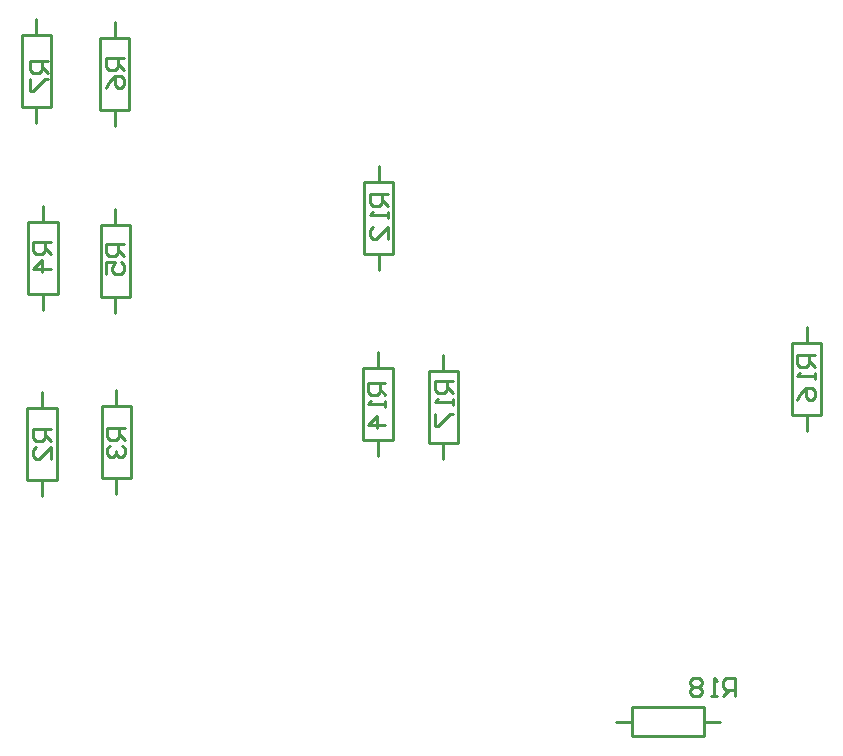
<source format=gbo>
G04*
G04 #@! TF.GenerationSoftware,Altium Limited,Altium Designer,21.9.2 (33)*
G04*
G04 Layer_Color=32896*
%FSTAX24Y24*%
%MOIN*%
G70*
G04*
G04 #@! TF.SameCoordinates,B016B879-35A3-4FB3-9991-AC620A3742E7*
G04*
G04*
G04 #@! TF.FilePolarity,Positive*
G04*
G01*
G75*
%ADD12C,0.0100*%
D12*
X04824Y028436D02*
X049224D01*
X04824Y026036D02*
Y028436D01*
Y026036D02*
X049224D01*
Y028436D01*
X048732Y025506D02*
Y026026D01*
Y028456D02*
Y028976D01*
X04576Y028373D02*
X046744D01*
X04576Y025973D02*
Y028373D01*
Y025973D02*
X046744D01*
Y028373D01*
X046252Y025443D02*
Y025963D01*
Y028393D02*
Y028913D01*
X048209Y034468D02*
X049193D01*
X048209Y032068D02*
Y034468D01*
Y032068D02*
X049193D01*
Y034468D01*
X048701Y031538D02*
Y032058D01*
Y034488D02*
Y035008D01*
X045791Y03217D02*
X046776D01*
Y03457D01*
X045791D02*
X046776D01*
X045791Y03217D02*
Y03457D01*
X046283Y03458D02*
Y0351D01*
Y03163D02*
Y03215D01*
X048177Y038304D02*
X049161D01*
Y040704D01*
X048177D02*
X049161D01*
X048177Y038304D02*
Y040704D01*
X048669Y040714D02*
Y041234D01*
Y037764D02*
Y038284D01*
X045571Y038398D02*
X046555D01*
Y040798D01*
X045571D02*
X046555D01*
X045571Y038398D02*
Y040798D01*
X046063Y040808D02*
Y041328D01*
Y037858D02*
Y038378D01*
X071248Y030523D02*
X072232D01*
X071248Y028123D02*
Y030523D01*
Y028123D02*
X072232D01*
Y030523D01*
X07174Y027593D02*
Y028113D01*
Y030543D02*
Y031063D01*
X05698Y033501D02*
X057965D01*
Y035901D01*
X05698D02*
X057965D01*
X05698Y033501D02*
Y035901D01*
X057472Y035911D02*
Y036431D01*
Y032961D02*
Y033481D01*
X056965Y029712D02*
X057949D01*
X056965Y027312D02*
Y029712D01*
Y027312D02*
X057949D01*
Y029712D01*
X057457Y026782D02*
Y027302D01*
Y029732D02*
Y030252D01*
X059138Y027209D02*
X060122D01*
Y029609D01*
X059138D02*
X060122D01*
X059138Y027209D02*
Y029609D01*
X05963Y029619D02*
Y030139D01*
Y026669D02*
Y027189D01*
X065394Y017913D02*
X065914D01*
X068344D02*
X068864D01*
X065934Y018406D02*
X068334D01*
Y017421D02*
Y018406D01*
X065934Y017421D02*
X068334D01*
X065934D02*
Y018406D01*
X049024Y02772D02*
X048425D01*
Y02742D01*
X048524Y02732D01*
X048724D01*
X048824Y02742D01*
Y02772D01*
Y02752D02*
X049024Y02732D01*
X048524Y02712D02*
X048425Y027021D01*
Y026821D01*
X048524Y026721D01*
X048624D01*
X048724Y026821D01*
Y026921D01*
Y026821D01*
X048824Y026721D01*
X048924D01*
X049024Y026821D01*
Y027021D01*
X048924Y02712D01*
X046536Y027657D02*
X045936D01*
Y027357D01*
X046036Y027257D01*
X046236D01*
X046336Y027357D01*
Y027657D01*
Y027457D02*
X046536Y027257D01*
Y026658D02*
Y027058D01*
X046136Y026658D01*
X046036D01*
X045936Y026758D01*
Y026958D01*
X046036Y027058D01*
X049001Y033846D02*
X048401D01*
Y033546D01*
X048501Y033446D01*
X048701D01*
X048801Y033546D01*
Y033846D01*
Y033646D02*
X049001Y033446D01*
X048401Y032847D02*
Y033246D01*
X048701D01*
X048601Y033047D01*
Y032947D01*
X048701Y032847D01*
X048901D01*
X049001Y032947D01*
Y033147D01*
X048901Y033246D01*
X046544Y033894D02*
X045944D01*
Y033594D01*
X046044Y033494D01*
X046244D01*
X046344Y033594D01*
Y033894D01*
Y033694D02*
X046544Y033494D01*
Y032994D02*
X045944D01*
X046244Y033294D01*
Y032894D01*
X048993Y040035D02*
X048393D01*
Y039735D01*
X048493Y039635D01*
X048693D01*
X048793Y039735D01*
Y040035D01*
Y039835D02*
X048993Y039635D01*
X048393Y039036D02*
X048493Y039236D01*
X048693Y039435D01*
X048893D01*
X048993Y039335D01*
Y039136D01*
X048893Y039036D01*
X048793D01*
X048693Y039136D01*
Y039435D01*
X04645Y039941D02*
X04585D01*
Y039641D01*
X04595Y039541D01*
X04615D01*
X04625Y039641D01*
Y039941D01*
Y039741D02*
X04645Y039541D01*
X04585Y039341D02*
Y038941D01*
X04595D01*
X04635Y039341D01*
X04645D01*
X072009Y030143D02*
X071409D01*
Y029844D01*
X071509Y029744D01*
X071709D01*
X071809Y029844D01*
Y030143D01*
Y029944D02*
X072009Y029744D01*
Y029544D02*
Y029344D01*
Y029444D01*
X071409D01*
X071509Y029544D01*
X071409Y028644D02*
X071509Y028844D01*
X071709Y029044D01*
X071909D01*
X072009Y028944D01*
Y028744D01*
X071909Y028644D01*
X071809D01*
X071709Y028744D01*
Y029044D01*
X057788Y03549D02*
X057188D01*
Y03519D01*
X057288Y03509D01*
X057488D01*
X057588Y03519D01*
Y03549D01*
Y03529D02*
X057788Y03509D01*
Y03489D02*
Y03469D01*
Y03479D01*
X057188D01*
X057288Y03489D01*
X057788Y03399D02*
Y03439D01*
X057388Y03399D01*
X057288D01*
X057188Y03409D01*
Y03429D01*
X057288Y03439D01*
X057701Y029206D02*
X057102D01*
Y028907D01*
X057202Y028807D01*
X057402D01*
X057502Y028907D01*
Y029206D01*
Y029007D02*
X057701Y028807D01*
Y028607D02*
Y028407D01*
Y028507D01*
X057102D01*
X057202Y028607D01*
X057701Y027807D02*
X057102D01*
X057402Y028107D01*
Y027707D01*
X059946Y029254D02*
X059346D01*
Y028954D01*
X059446Y028854D01*
X059646D01*
X059746Y028954D01*
Y029254D01*
Y029054D02*
X059946Y028854D01*
Y028654D02*
Y028454D01*
Y028554D01*
X059346D01*
X059446Y028654D01*
X059346Y028154D02*
Y027754D01*
X059446D01*
X059846Y028154D01*
X059946D01*
X06936Y01876D02*
Y01936D01*
X06906D01*
X06896Y01926D01*
Y01906D01*
X06906Y01896D01*
X06936D01*
X06916D02*
X06896Y01876D01*
X06876D02*
X06856D01*
X06866D01*
Y01936D01*
X06876Y01926D01*
X06826D02*
X06816Y01936D01*
X06796D01*
X06786Y01926D01*
Y01916D01*
X06796Y01906D01*
X06786Y01896D01*
Y01886D01*
X06796Y01876D01*
X06816D01*
X06826Y01886D01*
Y01896D01*
X06816Y01906D01*
X06826Y01916D01*
Y01926D01*
X06816Y01906D02*
X06796D01*
M02*

</source>
